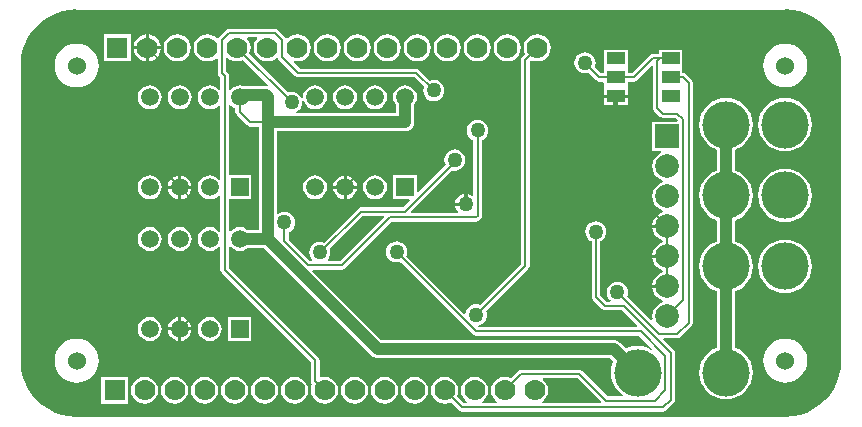
<source format=gtl>
G04 Layer_Physical_Order=1*
G04 Layer_Color=25308*
%FSLAX24Y24*%
%MOIN*%
G70*
G01*
G75*
%ADD10R,0.0591X0.0394*%
%ADD11C,0.0079*%
%ADD12C,0.0394*%
%ADD13R,0.0700X0.0700*%
%ADD14C,0.0700*%
%ADD15C,0.0600*%
%ADD16C,0.1575*%
%ADD17C,0.0787*%
%ADD18R,0.0787X0.0787*%
%ADD19R,0.0591X0.0591*%
%ADD20C,0.0591*%
%ADD21C,0.0500*%
G36*
X35677Y25474D02*
X35916Y25426D01*
X36148Y25347D01*
X36367Y25239D01*
X36570Y25104D01*
X36754Y24943D01*
X36915Y24759D01*
X37050Y24556D01*
X37158Y24337D01*
X37237Y24105D01*
X37285Y23866D01*
X37297Y23671D01*
X37299Y23622D01*
Y23622D01*
X37299Y23572D01*
X37303Y13825D01*
X37292Y13780D01*
Y13780D01*
X37292D01*
Y13780D01*
X37292Y13780D01*
X37301Y13733D01*
X37302Y13729D01*
X37289Y13536D01*
X37241Y13296D01*
X37163Y13065D01*
X37055Y12846D01*
X36919Y12643D01*
X36758Y12459D01*
X36574Y12298D01*
X36371Y12162D01*
X36152Y12054D01*
X35921Y11976D01*
X35681Y11928D01*
X35439Y11912D01*
X35433Y11913D01*
X11811D01*
X11806Y11912D01*
X11567Y11928D01*
X11328Y11976D01*
X11096Y12054D01*
X10877Y12162D01*
X10674Y12298D01*
X10490Y12459D01*
X10329Y12643D01*
X10194Y12846D01*
X10086Y13065D01*
X10007Y13296D01*
X9959Y13536D01*
X9944Y13774D01*
X9945Y13780D01*
Y23622D01*
X9944Y23627D01*
X9959Y23866D01*
X10007Y24105D01*
X10086Y24337D01*
X10194Y24556D01*
X10329Y24759D01*
X10490Y24943D01*
X10674Y25104D01*
X10877Y25239D01*
X11096Y25347D01*
X11328Y25426D01*
X11567Y25474D01*
X11806Y25489D01*
X11811Y25488D01*
X35433D01*
X35438Y25489D01*
X35677Y25474D01*
D02*
G37*
%LPC*%
G36*
X15298Y15231D02*
Y14889D01*
X15640D01*
X15633Y14942D01*
X15593Y15038D01*
X15530Y15120D01*
X15447Y15184D01*
X15351Y15224D01*
X15298Y15231D01*
D02*
G37*
G36*
X35433Y17821D02*
X35259Y17804D01*
X35092Y17753D01*
X34938Y17671D01*
X34803Y17560D01*
X34692Y17425D01*
X34609Y17270D01*
X34559Y17103D01*
X34541Y16929D01*
X34559Y16755D01*
X34609Y16588D01*
X34692Y16434D01*
X34803Y16299D01*
X34938Y16188D01*
X35092Y16105D01*
X35259Y16055D01*
X35433Y16037D01*
X35607Y16055D01*
X35774Y16105D01*
X35928Y16188D01*
X36064Y16299D01*
X36174Y16434D01*
X36257Y16588D01*
X36308Y16755D01*
X36325Y16929D01*
X36308Y17103D01*
X36257Y17270D01*
X36174Y17425D01*
X36064Y17560D01*
X35928Y17671D01*
X35774Y17753D01*
X35607Y17804D01*
X35433Y17821D01*
D02*
G37*
G36*
X14248Y18237D02*
X14145Y18224D01*
X14049Y18184D01*
X13966Y18120D01*
X13903Y18038D01*
X13863Y17942D01*
X13849Y17839D01*
X13863Y17735D01*
X13903Y17639D01*
X13966Y17557D01*
X14049Y17493D01*
X14145Y17453D01*
X14248Y17440D01*
X14351Y17453D01*
X14447Y17493D01*
X14530Y17557D01*
X14593Y17639D01*
X14633Y17735D01*
X14647Y17839D01*
X14633Y17942D01*
X14593Y18038D01*
X14530Y18120D01*
X14447Y18184D01*
X14351Y18224D01*
X14248Y18237D01*
D02*
G37*
G36*
X15198Y15231D02*
X15145Y15224D01*
X15049Y15184D01*
X14966Y15120D01*
X14903Y15038D01*
X14863Y14942D01*
X14856Y14889D01*
X15198D01*
Y15231D01*
D02*
G37*
G36*
X17643Y15234D02*
X16853D01*
Y14443D01*
X17643D01*
Y15234D01*
D02*
G37*
G36*
X15198Y14789D02*
X14856D01*
X14863Y14735D01*
X14903Y14639D01*
X14966Y14557D01*
X15049Y14493D01*
X15145Y14453D01*
X15198Y14446D01*
Y14789D01*
D02*
G37*
G36*
X15640D02*
X15298D01*
Y14446D01*
X15351Y14453D01*
X15447Y14493D01*
X15530Y14557D01*
X15593Y14639D01*
X15633Y14735D01*
X15640Y14789D01*
D02*
G37*
G36*
X15248Y18237D02*
X15145Y18224D01*
X15049Y18184D01*
X14966Y18120D01*
X14903Y18038D01*
X14863Y17942D01*
X14849Y17839D01*
X14863Y17735D01*
X14903Y17639D01*
X14966Y17557D01*
X15049Y17493D01*
X15145Y17453D01*
X15248Y17440D01*
X15351Y17453D01*
X15447Y17493D01*
X15530Y17557D01*
X15593Y17639D01*
X15633Y17735D01*
X15647Y17839D01*
X15633Y17942D01*
X15593Y18038D01*
X15530Y18120D01*
X15447Y18184D01*
X15351Y18224D01*
X15248Y18237D01*
D02*
G37*
G36*
X21760Y19962D02*
X21657Y19948D01*
X21560Y19908D01*
X21478Y19845D01*
X21415Y19762D01*
X21375Y19666D01*
X21361Y19563D01*
X21375Y19460D01*
X21415Y19364D01*
X21478Y19281D01*
X21560Y19218D01*
X21657Y19178D01*
X21760Y19164D01*
X21863Y19178D01*
X21959Y19218D01*
X22042Y19281D01*
X22105Y19364D01*
X22145Y19460D01*
X22159Y19563D01*
X22145Y19666D01*
X22105Y19762D01*
X22042Y19845D01*
X21959Y19908D01*
X21863Y19948D01*
X21760Y19962D01*
D02*
G37*
G36*
X20710Y19513D02*
X20368D01*
X20375Y19460D01*
X20415Y19364D01*
X20478Y19281D01*
X20561Y19218D01*
X20657Y19178D01*
X20710Y19171D01*
Y19513D01*
D02*
G37*
G36*
X21152D02*
X20810D01*
Y19171D01*
X20863Y19178D01*
X20959Y19218D01*
X21042Y19281D01*
X21105Y19364D01*
X21145Y19460D01*
X21152Y19513D01*
D02*
G37*
G36*
X19760Y19962D02*
X19657Y19948D01*
X19561Y19908D01*
X19478Y19845D01*
X19415Y19762D01*
X19375Y19666D01*
X19361Y19563D01*
X19375Y19460D01*
X19415Y19364D01*
X19478Y19281D01*
X19561Y19218D01*
X19657Y19178D01*
X19760Y19164D01*
X19863Y19178D01*
X19959Y19218D01*
X20042Y19281D01*
X20105Y19364D01*
X20145Y19460D01*
X20159Y19563D01*
X20145Y19666D01*
X20105Y19762D01*
X20042Y19845D01*
X19959Y19908D01*
X19863Y19948D01*
X19760Y19962D01*
D02*
G37*
G36*
X35433Y20183D02*
X35259Y20166D01*
X35092Y20115D01*
X34938Y20033D01*
X34803Y19922D01*
X34692Y19787D01*
X34609Y19633D01*
X34559Y19465D01*
X34541Y19291D01*
X34559Y19117D01*
X34609Y18950D01*
X34692Y18796D01*
X34803Y18661D01*
X34938Y18550D01*
X35092Y18468D01*
X35259Y18417D01*
X35433Y18400D01*
X35607Y18417D01*
X35774Y18468D01*
X35928Y18550D01*
X36064Y18661D01*
X36174Y18796D01*
X36257Y18950D01*
X36308Y19117D01*
X36325Y19291D01*
X36308Y19465D01*
X36257Y19633D01*
X36174Y19787D01*
X36064Y19922D01*
X35928Y20033D01*
X35774Y20115D01*
X35607Y20166D01*
X35433Y20183D01*
D02*
G37*
G36*
X24730Y19346D02*
X24689Y19341D01*
X24603Y19306D01*
X24530Y19250D01*
X24474Y19177D01*
X24439Y19091D01*
X24434Y19050D01*
X24730D01*
Y19346D01*
D02*
G37*
G36*
X14248Y19962D02*
X14145Y19948D01*
X14049Y19908D01*
X13966Y19845D01*
X13903Y19762D01*
X13863Y19666D01*
X13849Y19563D01*
X13863Y19460D01*
X13903Y19364D01*
X13966Y19281D01*
X14049Y19218D01*
X14145Y19178D01*
X14248Y19164D01*
X14351Y19178D01*
X14447Y19218D01*
X14530Y19281D01*
X14593Y19364D01*
X14633Y19460D01*
X14647Y19563D01*
X14633Y19666D01*
X14593Y19762D01*
X14530Y19845D01*
X14447Y19908D01*
X14351Y19948D01*
X14248Y19962D01*
D02*
G37*
G36*
X18079Y13249D02*
X17961Y13234D01*
X17852Y13188D01*
X17758Y13116D01*
X17686Y13022D01*
X17640Y12913D01*
X17625Y12795D01*
X17640Y12678D01*
X17686Y12568D01*
X17758Y12474D01*
X17852Y12402D01*
X17961Y12357D01*
X18079Y12341D01*
X18196Y12357D01*
X18306Y12402D01*
X18400Y12474D01*
X18472Y12568D01*
X18517Y12678D01*
X18533Y12795D01*
X18517Y12913D01*
X18472Y13022D01*
X18400Y13116D01*
X18306Y13188D01*
X18196Y13234D01*
X18079Y13249D01*
D02*
G37*
G36*
X19079D02*
X18961Y13234D01*
X18852Y13188D01*
X18758Y13116D01*
X18686Y13022D01*
X18640Y12913D01*
X18625Y12795D01*
X18640Y12678D01*
X18686Y12568D01*
X18758Y12474D01*
X18852Y12402D01*
X18961Y12357D01*
X19079Y12341D01*
X19196Y12357D01*
X19306Y12402D01*
X19400Y12474D01*
X19472Y12568D01*
X19517Y12678D01*
X19533Y12795D01*
X19517Y12913D01*
X19472Y13022D01*
X19400Y13116D01*
X19306Y13188D01*
X19196Y13234D01*
X19079Y13249D01*
D02*
G37*
G36*
X21079D02*
X20961Y13234D01*
X20852Y13188D01*
X20758Y13116D01*
X20686Y13022D01*
X20640Y12913D01*
X20625Y12795D01*
X20640Y12678D01*
X20686Y12568D01*
X20758Y12474D01*
X20852Y12402D01*
X20961Y12357D01*
X21079Y12341D01*
X21196Y12357D01*
X21306Y12402D01*
X21400Y12474D01*
X21472Y12568D01*
X21517Y12678D01*
X21533Y12795D01*
X21517Y12913D01*
X21472Y13022D01*
X21400Y13116D01*
X21306Y13188D01*
X21196Y13234D01*
X21079Y13249D01*
D02*
G37*
G36*
X17079D02*
X16961Y13234D01*
X16852Y13188D01*
X16758Y13116D01*
X16686Y13022D01*
X16640Y12913D01*
X16625Y12795D01*
X16640Y12678D01*
X16686Y12568D01*
X16758Y12474D01*
X16852Y12402D01*
X16961Y12357D01*
X17079Y12341D01*
X17196Y12357D01*
X17306Y12402D01*
X17400Y12474D01*
X17472Y12568D01*
X17517Y12678D01*
X17533Y12795D01*
X17517Y12913D01*
X17472Y13022D01*
X17400Y13116D01*
X17306Y13188D01*
X17196Y13234D01*
X17079Y13249D01*
D02*
G37*
G36*
X14079D02*
X13961Y13234D01*
X13852Y13188D01*
X13758Y13116D01*
X13686Y13022D01*
X13640Y12913D01*
X13625Y12795D01*
X13640Y12678D01*
X13686Y12568D01*
X13758Y12474D01*
X13852Y12402D01*
X13961Y12357D01*
X14079Y12341D01*
X14196Y12357D01*
X14306Y12402D01*
X14400Y12474D01*
X14472Y12568D01*
X14517Y12678D01*
X14533Y12795D01*
X14517Y12913D01*
X14472Y13022D01*
X14400Y13116D01*
X14306Y13188D01*
X14196Y13234D01*
X14079Y13249D01*
D02*
G37*
G36*
X15079D02*
X14961Y13234D01*
X14852Y13188D01*
X14758Y13116D01*
X14686Y13022D01*
X14640Y12913D01*
X14625Y12795D01*
X14640Y12678D01*
X14686Y12568D01*
X14758Y12474D01*
X14852Y12402D01*
X14961Y12357D01*
X15079Y12341D01*
X15196Y12357D01*
X15306Y12402D01*
X15400Y12474D01*
X15472Y12568D01*
X15517Y12678D01*
X15533Y12795D01*
X15517Y12913D01*
X15472Y13022D01*
X15400Y13116D01*
X15306Y13188D01*
X15196Y13234D01*
X15079Y13249D01*
D02*
G37*
G36*
X16079D02*
X15961Y13234D01*
X15852Y13188D01*
X15758Y13116D01*
X15686Y13022D01*
X15640Y12913D01*
X15625Y12795D01*
X15640Y12678D01*
X15686Y12568D01*
X15758Y12474D01*
X15852Y12402D01*
X15961Y12357D01*
X16079Y12341D01*
X16196Y12357D01*
X16306Y12402D01*
X16400Y12474D01*
X16472Y12568D01*
X16517Y12678D01*
X16533Y12795D01*
X16517Y12913D01*
X16472Y13022D01*
X16400Y13116D01*
X16306Y13188D01*
X16196Y13234D01*
X16079Y13249D01*
D02*
G37*
G36*
X22079D02*
X21961Y13234D01*
X21852Y13188D01*
X21758Y13116D01*
X21686Y13022D01*
X21640Y12913D01*
X21625Y12795D01*
X21640Y12678D01*
X21686Y12568D01*
X21758Y12474D01*
X21852Y12402D01*
X21961Y12357D01*
X22079Y12341D01*
X22196Y12357D01*
X22306Y12402D01*
X22400Y12474D01*
X22472Y12568D01*
X22517Y12678D01*
X22533Y12795D01*
X22517Y12913D01*
X22472Y13022D01*
X22400Y13116D01*
X22306Y13188D01*
X22196Y13234D01*
X22079Y13249D01*
D02*
G37*
G36*
X35433Y14513D02*
X35290Y14499D01*
X35152Y14457D01*
X35026Y14389D01*
X34914Y14298D01*
X34823Y14187D01*
X34755Y14060D01*
X34714Y13923D01*
X34700Y13780D01*
X34714Y13636D01*
X34755Y13499D01*
X34823Y13372D01*
X34914Y13261D01*
X35026Y13170D01*
X35152Y13102D01*
X35290Y13060D01*
X35433Y13046D01*
X35576Y13060D01*
X35714Y13102D01*
X35841Y13170D01*
X35952Y13261D01*
X36043Y13372D01*
X36111Y13499D01*
X36152Y13636D01*
X36167Y13780D01*
X36152Y13923D01*
X36111Y14060D01*
X36043Y14187D01*
X35952Y14298D01*
X35841Y14389D01*
X35714Y14457D01*
X35576Y14499D01*
X35433Y14513D01*
D02*
G37*
G36*
X14248Y15237D02*
X14145Y15224D01*
X14049Y15184D01*
X13966Y15120D01*
X13903Y15038D01*
X13863Y14942D01*
X13849Y14839D01*
X13863Y14735D01*
X13903Y14639D01*
X13966Y14557D01*
X14049Y14493D01*
X14145Y14453D01*
X14248Y14440D01*
X14351Y14453D01*
X14447Y14493D01*
X14530Y14557D01*
X14593Y14639D01*
X14633Y14735D01*
X14647Y14839D01*
X14633Y14942D01*
X14593Y15038D01*
X14530Y15120D01*
X14447Y15184D01*
X14351Y15224D01*
X14248Y15237D01*
D02*
G37*
G36*
X16248D02*
X16145Y15224D01*
X16049Y15184D01*
X15966Y15120D01*
X15903Y15038D01*
X15863Y14942D01*
X15849Y14839D01*
X15863Y14735D01*
X15903Y14639D01*
X15966Y14557D01*
X16049Y14493D01*
X16145Y14453D01*
X16248Y14440D01*
X16351Y14453D01*
X16447Y14493D01*
X16530Y14557D01*
X16593Y14639D01*
X16633Y14735D01*
X16647Y14839D01*
X16633Y14942D01*
X16593Y15038D01*
X16530Y15120D01*
X16447Y15184D01*
X16351Y15224D01*
X16248Y15237D01*
D02*
G37*
G36*
X11811Y14513D02*
X11668Y14499D01*
X11530Y14457D01*
X11404Y14389D01*
X11292Y14298D01*
X11201Y14187D01*
X11133Y14060D01*
X11092Y13923D01*
X11078Y13780D01*
X11092Y13636D01*
X11133Y13499D01*
X11201Y13372D01*
X11292Y13261D01*
X11404Y13170D01*
X11530Y13102D01*
X11668Y13060D01*
X11811Y13046D01*
X11954Y13060D01*
X12092Y13102D01*
X12219Y13170D01*
X12330Y13261D01*
X12421Y13372D01*
X12489Y13499D01*
X12530Y13636D01*
X12544Y13780D01*
X12530Y13923D01*
X12489Y14060D01*
X12421Y14187D01*
X12330Y14298D01*
X12219Y14389D01*
X12092Y14457D01*
X11954Y14499D01*
X11811Y14513D01*
D02*
G37*
G36*
X23079Y13249D02*
X22961Y13234D01*
X22852Y13188D01*
X22758Y13116D01*
X22686Y13022D01*
X22640Y12913D01*
X22625Y12795D01*
X22640Y12678D01*
X22686Y12568D01*
X22758Y12474D01*
X22852Y12402D01*
X22961Y12357D01*
X23079Y12341D01*
X23196Y12357D01*
X23306Y12402D01*
X23400Y12474D01*
X23472Y12568D01*
X23517Y12678D01*
X23533Y12795D01*
X23517Y12913D01*
X23472Y13022D01*
X23400Y13116D01*
X23306Y13188D01*
X23196Y13234D01*
X23079Y13249D01*
D02*
G37*
G36*
X13529Y13245D02*
X12629D01*
Y12345D01*
X13529D01*
Y13245D01*
D02*
G37*
G36*
X33465Y22545D02*
X33291Y22528D01*
X33123Y22477D01*
X32969Y22395D01*
X32834Y22284D01*
X32723Y22149D01*
X32641Y21995D01*
X32590Y21827D01*
X32573Y21654D01*
X32590Y21480D01*
X32641Y21312D01*
X32723Y21158D01*
X32834Y21023D01*
X32969Y20912D01*
X33123Y20830D01*
X33165Y20817D01*
Y20128D01*
X33123Y20115D01*
X32969Y20033D01*
X32834Y19922D01*
X32723Y19787D01*
X32641Y19633D01*
X32590Y19465D01*
X32573Y19291D01*
X32590Y19117D01*
X32641Y18950D01*
X32723Y18796D01*
X32834Y18661D01*
X32969Y18550D01*
X33123Y18468D01*
X33165Y18455D01*
Y17766D01*
X33123Y17753D01*
X32969Y17671D01*
X32834Y17560D01*
X32723Y17425D01*
X32641Y17270D01*
X32590Y17103D01*
X32573Y16929D01*
X32590Y16755D01*
X32641Y16588D01*
X32723Y16434D01*
X32834Y16299D01*
X32969Y16188D01*
X33123Y16105D01*
X33165Y16093D01*
Y14222D01*
X33123Y14210D01*
X32969Y14127D01*
X32834Y14016D01*
X32723Y13881D01*
X32641Y13727D01*
X32590Y13560D01*
X32573Y13386D01*
X32590Y13212D01*
X32641Y13045D01*
X32723Y12890D01*
X32834Y12755D01*
X32969Y12644D01*
X33123Y12562D01*
X33291Y12511D01*
X33465Y12494D01*
X33639Y12511D01*
X33806Y12562D01*
X33960Y12644D01*
X34095Y12755D01*
X34206Y12890D01*
X34288Y13045D01*
X34339Y13212D01*
X34356Y13386D01*
X34339Y13560D01*
X34288Y13727D01*
X34206Y13881D01*
X34095Y14016D01*
X33960Y14127D01*
X33806Y14210D01*
X33764Y14222D01*
Y16093D01*
X33806Y16105D01*
X33960Y16188D01*
X34095Y16299D01*
X34206Y16434D01*
X34288Y16588D01*
X34339Y16755D01*
X34356Y16929D01*
X34339Y17103D01*
X34288Y17270D01*
X34206Y17425D01*
X34095Y17560D01*
X33960Y17671D01*
X33806Y17753D01*
X33764Y17766D01*
Y18455D01*
X33806Y18468D01*
X33960Y18550D01*
X34095Y18661D01*
X34206Y18796D01*
X34288Y18950D01*
X34339Y19117D01*
X34356Y19291D01*
X34339Y19465D01*
X34288Y19633D01*
X34206Y19787D01*
X34095Y19922D01*
X33960Y20033D01*
X33806Y20115D01*
X33764Y20128D01*
Y20817D01*
X33806Y20830D01*
X33960Y20912D01*
X34095Y21023D01*
X34206Y21158D01*
X34288Y21312D01*
X34339Y21480D01*
X34356Y21654D01*
X34339Y21827D01*
X34288Y21995D01*
X34206Y22149D01*
X34095Y22284D01*
X33960Y22395D01*
X33806Y22477D01*
X33639Y22528D01*
X33465Y22545D01*
D02*
G37*
G36*
X22165Y24666D02*
X22048Y24651D01*
X21938Y24606D01*
X21844Y24534D01*
X21772Y24440D01*
X21727Y24330D01*
X21711Y24213D01*
X21727Y24095D01*
X21772Y23986D01*
X21844Y23892D01*
X21938Y23820D01*
X22048Y23774D01*
X22165Y23759D01*
X22283Y23774D01*
X22392Y23820D01*
X22486Y23892D01*
X22558Y23986D01*
X22604Y24095D01*
X22619Y24213D01*
X22604Y24330D01*
X22558Y24440D01*
X22486Y24534D01*
X22392Y24606D01*
X22283Y24651D01*
X22165Y24666D01*
D02*
G37*
G36*
X23165D02*
X23048Y24651D01*
X22938Y24606D01*
X22844Y24534D01*
X22772Y24440D01*
X22727Y24330D01*
X22711Y24213D01*
X22727Y24095D01*
X22772Y23986D01*
X22844Y23892D01*
X22938Y23820D01*
X23048Y23774D01*
X23165Y23759D01*
X23283Y23774D01*
X23392Y23820D01*
X23486Y23892D01*
X23558Y23986D01*
X23604Y24095D01*
X23619Y24213D01*
X23604Y24330D01*
X23558Y24440D01*
X23486Y24534D01*
X23392Y24606D01*
X23283Y24651D01*
X23165Y24666D01*
D02*
G37*
G36*
X24165D02*
X24048Y24651D01*
X23938Y24606D01*
X23844Y24534D01*
X23772Y24440D01*
X23727Y24330D01*
X23711Y24213D01*
X23727Y24095D01*
X23772Y23986D01*
X23844Y23892D01*
X23938Y23820D01*
X24048Y23774D01*
X24165Y23759D01*
X24283Y23774D01*
X24392Y23820D01*
X24486Y23892D01*
X24558Y23986D01*
X24604Y24095D01*
X24619Y24213D01*
X24604Y24330D01*
X24558Y24440D01*
X24486Y24534D01*
X24392Y24606D01*
X24283Y24651D01*
X24165Y24666D01*
D02*
G37*
G36*
X21165D02*
X21048Y24651D01*
X20938Y24606D01*
X20844Y24534D01*
X20772Y24440D01*
X20727Y24330D01*
X20711Y24213D01*
X20727Y24095D01*
X20772Y23986D01*
X20844Y23892D01*
X20938Y23820D01*
X21048Y23774D01*
X21165Y23759D01*
X21283Y23774D01*
X21392Y23820D01*
X21486Y23892D01*
X21558Y23986D01*
X21604Y24095D01*
X21619Y24213D01*
X21604Y24330D01*
X21558Y24440D01*
X21486Y24534D01*
X21392Y24606D01*
X21283Y24651D01*
X21165Y24666D01*
D02*
G37*
G36*
X35433Y24355D02*
X35290Y24341D01*
X35152Y24300D01*
X35026Y24232D01*
X34914Y24141D01*
X34823Y24030D01*
X34755Y23903D01*
X34714Y23765D01*
X34700Y23622D01*
X34714Y23479D01*
X34755Y23341D01*
X34823Y23215D01*
X34914Y23103D01*
X35026Y23012D01*
X35152Y22944D01*
X35290Y22903D01*
X35433Y22889D01*
X35576Y22903D01*
X35714Y22944D01*
X35841Y23012D01*
X35952Y23103D01*
X36043Y23215D01*
X36111Y23341D01*
X36152Y23479D01*
X36167Y23622D01*
X36152Y23765D01*
X36111Y23903D01*
X36043Y24030D01*
X35952Y24141D01*
X35841Y24232D01*
X35714Y24300D01*
X35576Y24341D01*
X35433Y24355D01*
D02*
G37*
G36*
X15165Y24666D02*
X15048Y24651D01*
X14938Y24606D01*
X14844Y24534D01*
X14772Y24440D01*
X14727Y24330D01*
X14711Y24213D01*
X14727Y24095D01*
X14772Y23986D01*
X14844Y23892D01*
X14938Y23820D01*
X15048Y23774D01*
X15165Y23759D01*
X15283Y23774D01*
X15392Y23820D01*
X15486Y23892D01*
X15558Y23986D01*
X15604Y24095D01*
X15619Y24213D01*
X15604Y24330D01*
X15558Y24440D01*
X15486Y24534D01*
X15392Y24606D01*
X15283Y24651D01*
X15165Y24666D01*
D02*
G37*
G36*
X20165D02*
X20048Y24651D01*
X19938Y24606D01*
X19844Y24534D01*
X19772Y24440D01*
X19727Y24330D01*
X19711Y24213D01*
X19727Y24095D01*
X19772Y23986D01*
X19844Y23892D01*
X19938Y23820D01*
X20048Y23774D01*
X20165Y23759D01*
X20283Y23774D01*
X20392Y23820D01*
X20486Y23892D01*
X20558Y23986D01*
X20604Y24095D01*
X20619Y24213D01*
X20604Y24330D01*
X20558Y24440D01*
X20486Y24534D01*
X20392Y24606D01*
X20283Y24651D01*
X20165Y24666D01*
D02*
G37*
G36*
X25165D02*
X25048Y24651D01*
X24938Y24606D01*
X24844Y24534D01*
X24772Y24440D01*
X24727Y24330D01*
X24711Y24213D01*
X24727Y24095D01*
X24772Y23986D01*
X24844Y23892D01*
X24938Y23820D01*
X25048Y23774D01*
X25165Y23759D01*
X25283Y23774D01*
X25392Y23820D01*
X25486Y23892D01*
X25558Y23986D01*
X25604Y24095D01*
X25619Y24213D01*
X25604Y24330D01*
X25558Y24440D01*
X25486Y24534D01*
X25392Y24606D01*
X25283Y24651D01*
X25165Y24666D01*
D02*
G37*
G36*
X14115Y24660D02*
X14048Y24651D01*
X13938Y24606D01*
X13844Y24534D01*
X13772Y24440D01*
X13727Y24330D01*
X13718Y24263D01*
X14115D01*
Y24660D01*
D02*
G37*
G36*
X14215D02*
Y24263D01*
X14613D01*
X14604Y24330D01*
X14558Y24440D01*
X14486Y24534D01*
X14392Y24606D01*
X14283Y24651D01*
X14215Y24660D01*
D02*
G37*
G36*
X18440Y24852D02*
X16890D01*
X16836Y24841D01*
X16790Y24810D01*
X16560Y24580D01*
X16538Y24548D01*
X16508Y24540D01*
X16493Y24538D01*
X16479Y24539D01*
X16392Y24606D01*
X16283Y24651D01*
X16165Y24666D01*
X16048Y24651D01*
X15938Y24606D01*
X15844Y24534D01*
X15772Y24440D01*
X15727Y24330D01*
X15711Y24213D01*
X15727Y24095D01*
X15772Y23986D01*
X15844Y23892D01*
X15938Y23820D01*
X16048Y23774D01*
X16165Y23759D01*
X16283Y23774D01*
X16392Y23820D01*
X16468Y23878D01*
X16518Y23854D01*
Y23360D01*
X16529Y23306D01*
X16560Y23260D01*
X16608Y23211D01*
Y22825D01*
X16558Y22808D01*
X16530Y22845D01*
X16447Y22908D01*
X16351Y22948D01*
X16248Y22962D01*
X16145Y22948D01*
X16049Y22908D01*
X15966Y22845D01*
X15903Y22762D01*
X15863Y22666D01*
X15849Y22563D01*
X15863Y22460D01*
X15903Y22364D01*
X15966Y22281D01*
X16049Y22218D01*
X16145Y22178D01*
X16248Y22164D01*
X16351Y22178D01*
X16447Y22218D01*
X16530Y22281D01*
X16558Y22318D01*
X16608Y22301D01*
Y19825D01*
X16558Y19808D01*
X16530Y19845D01*
X16447Y19908D01*
X16351Y19948D01*
X16248Y19962D01*
X16145Y19948D01*
X16049Y19908D01*
X15966Y19845D01*
X15903Y19762D01*
X15863Y19666D01*
X15849Y19563D01*
X15863Y19460D01*
X15903Y19364D01*
X15966Y19281D01*
X16049Y19218D01*
X16145Y19178D01*
X16248Y19164D01*
X16351Y19178D01*
X16447Y19218D01*
X16530Y19281D01*
X16558Y19318D01*
X16608Y19301D01*
Y18101D01*
X16558Y18084D01*
X16530Y18120D01*
X16447Y18184D01*
X16351Y18224D01*
X16248Y18237D01*
X16145Y18224D01*
X16049Y18184D01*
X15966Y18120D01*
X15903Y18038D01*
X15863Y17942D01*
X15849Y17839D01*
X15863Y17735D01*
X15903Y17639D01*
X15966Y17557D01*
X16049Y17493D01*
X16145Y17453D01*
X16248Y17440D01*
X16351Y17453D01*
X16447Y17493D01*
X16530Y17557D01*
X16558Y17593D01*
X16608Y17576D01*
Y16810D01*
X16619Y16756D01*
X16650Y16710D01*
X19628Y13731D01*
Y13104D01*
X19639Y13050D01*
X19670Y13004D01*
X19675Y12998D01*
X19640Y12913D01*
X19625Y12795D01*
X19640Y12678D01*
X19686Y12568D01*
X19758Y12474D01*
X19852Y12402D01*
X19961Y12357D01*
X20079Y12341D01*
X20196Y12357D01*
X20306Y12402D01*
X20400Y12474D01*
X20472Y12568D01*
X20517Y12678D01*
X20533Y12795D01*
X20517Y12913D01*
X20472Y13022D01*
X20400Y13116D01*
X20306Y13188D01*
X20196Y13234D01*
X20079Y13249D01*
X19962Y13234D01*
X19951Y13233D01*
X19912Y13264D01*
Y13790D01*
X19901Y13844D01*
X19870Y13890D01*
X16892Y16869D01*
Y17571D01*
X16942Y17588D01*
X16966Y17557D01*
X17049Y17493D01*
X17145Y17453D01*
X17248Y17440D01*
X17351Y17453D01*
X17447Y17493D01*
X17507Y17539D01*
X18061D01*
X21639Y13961D01*
X21701Y13914D01*
X21752Y13893D01*
X21773Y13884D01*
X21850Y13874D01*
X29600D01*
X29709Y13766D01*
X29688Y13727D01*
X29637Y13560D01*
X29620Y13386D01*
X29637Y13212D01*
X29688Y13045D01*
X29770Y12890D01*
X29881Y12755D01*
X30016Y12644D01*
X30024Y12641D01*
X30011Y12592D01*
X29519D01*
X28670Y13440D01*
X28624Y13471D01*
X28570Y13482D01*
X26623D01*
X26569Y13471D01*
X26523Y13440D01*
X26281Y13199D01*
X26196Y13234D01*
X26079Y13249D01*
X25961Y13234D01*
X25852Y13188D01*
X25758Y13116D01*
X25686Y13022D01*
X25640Y12913D01*
X25625Y12795D01*
X25640Y12678D01*
X25686Y12568D01*
X25758Y12474D01*
X25826Y12422D01*
X25809Y12372D01*
X25349D01*
X25332Y12422D01*
X25400Y12474D01*
X25472Y12568D01*
X25517Y12678D01*
X25533Y12795D01*
X25517Y12913D01*
X25472Y13022D01*
X25400Y13116D01*
X25306Y13188D01*
X25196Y13234D01*
X25079Y13249D01*
X24961Y13234D01*
X24852Y13188D01*
X24758Y13116D01*
X24686Y13022D01*
X24640Y12913D01*
X24625Y12795D01*
X24640Y12678D01*
X24686Y12568D01*
X24758Y12474D01*
X24826Y12422D01*
X24809Y12372D01*
X24703D01*
X24482Y12593D01*
X24517Y12678D01*
X24533Y12795D01*
X24517Y12913D01*
X24472Y13022D01*
X24400Y13116D01*
X24306Y13188D01*
X24196Y13234D01*
X24079Y13249D01*
X23961Y13234D01*
X23852Y13188D01*
X23758Y13116D01*
X23686Y13022D01*
X23640Y12913D01*
X23625Y12795D01*
X23640Y12678D01*
X23686Y12568D01*
X23758Y12474D01*
X23852Y12402D01*
X23961Y12357D01*
X24079Y12341D01*
X24196Y12357D01*
X24281Y12392D01*
X24544Y12130D01*
X24590Y12099D01*
X24644Y12088D01*
X31370D01*
X31424Y12099D01*
X31470Y12130D01*
X31720Y12380D01*
X31751Y12426D01*
X31762Y12480D01*
Y14027D01*
X31751Y14082D01*
X31720Y14128D01*
X31366Y14482D01*
X31386Y14528D01*
X31840D01*
X31894Y14539D01*
X31940Y14570D01*
X32310Y14940D01*
X32341Y14986D01*
X32352Y15040D01*
Y23040D01*
X32341Y23094D01*
X32310Y23140D01*
X32122Y23329D01*
X32076Y23360D01*
X32022Y23370D01*
X32009D01*
Y23525D01*
X32009D01*
Y23561D01*
X32009D01*
Y24155D01*
X31219D01*
Y24000D01*
X31020D01*
X30966Y23990D01*
X30919Y23959D01*
X30331Y23370D01*
X30234D01*
X30198Y23406D01*
Y23511D01*
X30198Y23525D01*
Y23543D01*
Y23561D01*
X30198Y23575D01*
Y24155D01*
X29408D01*
Y23575D01*
X29408Y23561D01*
Y23543D01*
Y23525D01*
X29408Y23511D01*
Y23370D01*
X29299D01*
X29085Y23584D01*
X29099Y23619D01*
X29111Y23710D01*
X29099Y23801D01*
X29064Y23887D01*
X29008Y23960D01*
X28935Y24016D01*
X28850Y24051D01*
X28758Y24063D01*
X28667Y24051D01*
X28582Y24016D01*
X28509Y23960D01*
X28453Y23887D01*
X28417Y23801D01*
X28405Y23710D01*
X28417Y23619D01*
X28453Y23533D01*
X28509Y23460D01*
X28582Y23404D01*
X28667Y23369D01*
X28758Y23357D01*
X28850Y23369D01*
X28884Y23383D01*
X29140Y23128D01*
X29186Y23097D01*
X29240Y23086D01*
X29373D01*
X29408Y23051D01*
Y22945D01*
X29408Y22931D01*
Y22913D01*
Y22895D01*
X29408Y22881D01*
Y22648D01*
X30198D01*
Y22881D01*
X30198Y22895D01*
Y22913D01*
Y22931D01*
X30198Y22945D01*
Y23086D01*
X30390D01*
X30444Y23097D01*
X30490Y23128D01*
X30982Y23619D01*
X31028Y23600D01*
Y22210D01*
X31039Y22156D01*
X31070Y22110D01*
X31260Y21920D01*
X31306Y21889D01*
X31360Y21878D01*
X31781D01*
X31855Y21804D01*
X31835Y21754D01*
X31002D01*
Y20766D01*
X31298D01*
X31308Y20716D01*
X31247Y20691D01*
X31144Y20612D01*
X31065Y20509D01*
X31015Y20389D01*
X30998Y20260D01*
X31015Y20131D01*
X31065Y20011D01*
X31144Y19908D01*
X31247Y19829D01*
X31348Y19787D01*
Y19733D01*
X31247Y19691D01*
X31144Y19612D01*
X31065Y19509D01*
X31015Y19389D01*
X30998Y19260D01*
X31015Y19131D01*
X31065Y19011D01*
X31144Y18908D01*
X31247Y18829D01*
X31348Y18787D01*
Y18733D01*
X31247Y18691D01*
X31144Y18612D01*
X31065Y18509D01*
X31015Y18389D01*
X31005Y18310D01*
X31496D01*
Y18210D01*
X31005D01*
X31015Y18131D01*
X31065Y18011D01*
X31144Y17908D01*
X31247Y17829D01*
X31348Y17787D01*
Y17733D01*
X31247Y17691D01*
X31144Y17612D01*
X31065Y17509D01*
X31015Y17389D01*
X31005Y17310D01*
X31496D01*
Y17210D01*
X31005D01*
X31015Y17131D01*
X31065Y17011D01*
X31144Y16908D01*
X31247Y16829D01*
X31348Y16787D01*
Y16733D01*
X31247Y16691D01*
X31144Y16612D01*
X31065Y16509D01*
X31015Y16389D01*
X31005Y16310D01*
X31496D01*
Y16210D01*
X31005D01*
X31015Y16131D01*
X31065Y16011D01*
X31144Y15908D01*
X31247Y15829D01*
X31348Y15787D01*
Y15733D01*
X31247Y15691D01*
X31144Y15612D01*
X31065Y15509D01*
X31015Y15389D01*
X30998Y15260D01*
X31011Y15160D01*
X30964Y15137D01*
X30167Y15934D01*
X30181Y15969D01*
X30193Y16060D01*
X30181Y16151D01*
X30146Y16237D01*
X30090Y16310D01*
X30017Y16366D01*
X29931Y16401D01*
X29840Y16413D01*
X29749Y16401D01*
X29663Y16366D01*
X29590Y16310D01*
X29534Y16237D01*
X29499Y16151D01*
X29487Y16060D01*
X29499Y15969D01*
X29534Y15883D01*
X29590Y15810D01*
X29614Y15792D01*
X29597Y15742D01*
X29499D01*
X29262Y15979D01*
Y17760D01*
X29297Y17774D01*
X29370Y17830D01*
X29426Y17903D01*
X29461Y17989D01*
X29473Y18080D01*
X29461Y18171D01*
X29426Y18257D01*
X29370Y18330D01*
X29297Y18386D01*
X29211Y18421D01*
X29120Y18433D01*
X29029Y18421D01*
X28943Y18386D01*
X28870Y18330D01*
X28814Y18257D01*
X28779Y18171D01*
X28767Y18080D01*
X28779Y17989D01*
X28814Y17903D01*
X28870Y17830D01*
X28943Y17774D01*
X28978Y17760D01*
Y15920D01*
X28989Y15866D01*
X29020Y15820D01*
X29340Y15500D01*
X29386Y15469D01*
X29440Y15458D01*
X29988D01*
X30498Y14948D01*
X30479Y14902D01*
X25216D01*
X25199Y14924D01*
X25220Y14978D01*
X25231Y14979D01*
X25317Y15014D01*
X25390Y15070D01*
X25446Y15143D01*
X25481Y15229D01*
X25493Y15320D01*
X25481Y15411D01*
X25467Y15446D01*
X26870Y16850D01*
X26901Y16896D01*
X26912Y16950D01*
Y23758D01*
X26963Y23809D01*
X27048Y23774D01*
X27165Y23759D01*
X27283Y23774D01*
X27392Y23820D01*
X27486Y23892D01*
X27558Y23986D01*
X27604Y24095D01*
X27619Y24213D01*
X27604Y24330D01*
X27558Y24440D01*
X27486Y24534D01*
X27392Y24606D01*
X27283Y24651D01*
X27165Y24666D01*
X27048Y24651D01*
X26938Y24606D01*
X26844Y24534D01*
X26772Y24440D01*
X26727Y24330D01*
X26711Y24213D01*
X26727Y24095D01*
X26762Y24010D01*
X26670Y23918D01*
X26639Y23872D01*
X26628Y23817D01*
Y17009D01*
X25266Y15647D01*
X25231Y15661D01*
X25140Y15673D01*
X25049Y15661D01*
X24963Y15626D01*
X24890Y15570D01*
X24834Y15497D01*
X24799Y15411D01*
X24793Y15368D01*
X24741Y15350D01*
X22807Y17284D01*
X22821Y17319D01*
X22833Y17410D01*
X22821Y17501D01*
X22786Y17587D01*
X22730Y17660D01*
X22657Y17716D01*
X22571Y17751D01*
X22480Y17763D01*
X22389Y17751D01*
X22303Y17716D01*
X22230Y17660D01*
X22174Y17587D01*
X22139Y17501D01*
X22127Y17410D01*
X22139Y17319D01*
X22174Y17233D01*
X22230Y17160D01*
X22303Y17104D01*
X22389Y17069D01*
X22480Y17057D01*
X22571Y17069D01*
X22606Y17083D01*
X25030Y14660D01*
X25076Y14629D01*
X25130Y14618D01*
X30571D01*
X31003Y14186D01*
X30973Y14146D01*
X30853Y14210D01*
X30686Y14260D01*
X30512Y14278D01*
X30338Y14260D01*
X30171Y14210D01*
X30132Y14189D01*
X29936Y14385D01*
X29874Y14433D01*
X29823Y14454D01*
X29802Y14462D01*
X29724Y14473D01*
X21974D01*
X19675Y16772D01*
X19694Y16818D01*
X20662D01*
X20717Y16829D01*
X20763Y16860D01*
X22321Y18418D01*
X25125D01*
X25180Y18429D01*
X25226Y18460D01*
X25279Y18513D01*
X25310Y18559D01*
X25321Y18613D01*
Y21137D01*
X25355Y21151D01*
X25428Y21207D01*
X25484Y21280D01*
X25520Y21365D01*
X25532Y21457D01*
X25520Y21548D01*
X25484Y21633D01*
X25428Y21706D01*
X25355Y21762D01*
X25270Y21798D01*
X25179Y21810D01*
X25087Y21798D01*
X25002Y21762D01*
X24929Y21706D01*
X24873Y21633D01*
X24838Y21548D01*
X24826Y21457D01*
X24838Y21365D01*
X24873Y21280D01*
X24929Y21207D01*
X25002Y21151D01*
X25037Y21137D01*
Y19307D01*
X24987Y19283D01*
X24957Y19306D01*
X24871Y19341D01*
X24830Y19346D01*
Y19000D01*
X24780D01*
Y18950D01*
X24434D01*
X24439Y18909D01*
X24474Y18823D01*
X24529Y18752D01*
X24526Y18734D01*
X24516Y18702D01*
X22968D01*
X22949Y18748D01*
X24332Y20131D01*
X24422Y20119D01*
X24514Y20131D01*
X24599Y20167D01*
X24672Y20223D01*
X24728Y20296D01*
X24763Y20381D01*
X24775Y20472D01*
X24763Y20564D01*
X24728Y20649D01*
X24672Y20722D01*
X24599Y20778D01*
X24514Y20813D01*
X24422Y20825D01*
X24331Y20813D01*
X24246Y20778D01*
X24173Y20722D01*
X24117Y20649D01*
X24081Y20564D01*
X24069Y20472D01*
X24081Y20381D01*
X24110Y20311D01*
X23201Y19402D01*
X23155Y19421D01*
Y19958D01*
X22365D01*
Y19168D01*
X22901D01*
X22921Y19122D01*
X22691Y18892D01*
X21280D01*
X21226Y18881D01*
X21180Y18850D01*
X20046Y17717D01*
X20011Y17731D01*
X19920Y17743D01*
X19829Y17731D01*
X19743Y17696D01*
X19670Y17640D01*
X19614Y17567D01*
X19579Y17481D01*
X19567Y17390D01*
X19579Y17299D01*
X19614Y17213D01*
X19661Y17152D01*
X19644Y17102D01*
X19598D01*
X18882Y17818D01*
Y18070D01*
X18917Y18084D01*
X18990Y18140D01*
X19046Y18213D01*
X19081Y18299D01*
X19093Y18390D01*
X19081Y18481D01*
X19046Y18567D01*
X18990Y18640D01*
X18917Y18696D01*
X18831Y18731D01*
X18740Y18743D01*
X18649Y18731D01*
X18563Y18696D01*
X18534Y18673D01*
X18484Y18698D01*
Y21429D01*
X22760D01*
X22837Y21439D01*
X22910Y21469D01*
X22972Y21517D01*
X23019Y21579D01*
X23049Y21651D01*
X23059Y21728D01*
Y22304D01*
X23105Y22364D01*
X23145Y22460D01*
X23159Y22563D01*
X23145Y22666D01*
X23105Y22762D01*
X23042Y22845D01*
X22959Y22908D01*
X22863Y22948D01*
X22760Y22962D01*
X22657Y22948D01*
X22561Y22908D01*
X22478Y22845D01*
X22415Y22762D01*
X22375Y22666D01*
X22361Y22563D01*
X22375Y22460D01*
X22415Y22364D01*
X22460Y22304D01*
Y22028D01*
X19131D01*
X19122Y22078D01*
X19157Y22092D01*
X19230Y22148D01*
X19286Y22221D01*
X19321Y22307D01*
X19333Y22398D01*
X19327Y22440D01*
Y22440D01*
X19326Y22452D01*
X19326Y22452D01*
X19328Y22452D01*
X19330Y22453D01*
X19373Y22459D01*
X19375Y22460D01*
X19379Y22449D01*
X19379Y22449D01*
X19415Y22364D01*
X19478Y22281D01*
X19561Y22218D01*
X19657Y22178D01*
X19760Y22164D01*
X19863Y22178D01*
X19959Y22218D01*
X20042Y22281D01*
X20105Y22364D01*
X20145Y22460D01*
X20159Y22563D01*
X20145Y22666D01*
X20105Y22762D01*
X20042Y22845D01*
X19959Y22908D01*
X19863Y22948D01*
X19760Y22962D01*
X19657Y22948D01*
X19561Y22908D01*
X19478Y22845D01*
X19415Y22762D01*
X19375Y22666D01*
X19361Y22563D01*
X19368Y22509D01*
Y22509D01*
X19370Y22497D01*
X19370Y22497D01*
X19368Y22497D01*
X19366Y22497D01*
X19323Y22490D01*
X19321Y22489D01*
X19316Y22500D01*
X19316Y22500D01*
X19286Y22574D01*
X19230Y22648D01*
X19157Y22704D01*
X19071Y22739D01*
X18980Y22751D01*
X18889Y22739D01*
X18854Y22725D01*
X17569Y24010D01*
X17604Y24095D01*
X17619Y24213D01*
X17604Y24330D01*
X17558Y24440D01*
X17498Y24518D01*
X17519Y24568D01*
X17812D01*
X17832Y24518D01*
X17772Y24440D01*
X17727Y24330D01*
X17711Y24213D01*
X17727Y24095D01*
X17772Y23986D01*
X17844Y23892D01*
X17938Y23820D01*
X18048Y23774D01*
X18165Y23759D01*
X18283Y23774D01*
X18392Y23820D01*
X18480Y23887D01*
X18508Y23882D01*
X18534Y23871D01*
X18539Y23846D01*
X18570Y23800D01*
X19100Y23270D01*
X19146Y23239D01*
X19200Y23228D01*
X23081D01*
X23393Y22916D01*
X23379Y22881D01*
X23367Y22790D01*
X23379Y22699D01*
X23414Y22613D01*
X23470Y22540D01*
X23543Y22484D01*
X23629Y22449D01*
X23720Y22437D01*
X23811Y22449D01*
X23897Y22484D01*
X23970Y22540D01*
X24026Y22613D01*
X24061Y22699D01*
X24073Y22790D01*
X24061Y22881D01*
X24026Y22967D01*
X23970Y23040D01*
X23897Y23096D01*
X23811Y23131D01*
X23720Y23143D01*
X23629Y23131D01*
X23594Y23117D01*
X23240Y23470D01*
X23194Y23501D01*
X23140Y23512D01*
X19259D01*
X19047Y23724D01*
X19070Y23771D01*
X19165Y23759D01*
X19283Y23774D01*
X19392Y23820D01*
X19486Y23892D01*
X19558Y23986D01*
X19604Y24095D01*
X19619Y24213D01*
X19604Y24330D01*
X19558Y24440D01*
X19486Y24534D01*
X19392Y24606D01*
X19283Y24651D01*
X19165Y24666D01*
X19048Y24651D01*
X18938Y24606D01*
X18851Y24539D01*
X18837Y24538D01*
X18825Y24539D01*
X18792Y24548D01*
X18770Y24580D01*
X18540Y24810D01*
X18494Y24841D01*
X18440Y24852D01*
D02*
G37*
G36*
X14613Y24163D02*
X14215D01*
Y23765D01*
X14283Y23774D01*
X14392Y23820D01*
X14486Y23892D01*
X14558Y23986D01*
X14604Y24095D01*
X14613Y24163D01*
D02*
G37*
G36*
X26165Y24666D02*
X26048Y24651D01*
X25938Y24606D01*
X25844Y24534D01*
X25772Y24440D01*
X25727Y24330D01*
X25711Y24213D01*
X25727Y24095D01*
X25772Y23986D01*
X25844Y23892D01*
X25938Y23820D01*
X26048Y23774D01*
X26165Y23759D01*
X26283Y23774D01*
X26392Y23820D01*
X26486Y23892D01*
X26558Y23986D01*
X26604Y24095D01*
X26619Y24213D01*
X26604Y24330D01*
X26558Y24440D01*
X26486Y24534D01*
X26392Y24606D01*
X26283Y24651D01*
X26165Y24666D01*
D02*
G37*
G36*
X13615Y24663D02*
X12715D01*
Y23763D01*
X13615D01*
Y24663D01*
D02*
G37*
G36*
X14115Y24163D02*
X13718D01*
X13727Y24095D01*
X13772Y23986D01*
X13844Y23892D01*
X13938Y23820D01*
X14048Y23774D01*
X14115Y23765D01*
Y24163D01*
D02*
G37*
G36*
X11811Y24355D02*
X11668Y24341D01*
X11530Y24300D01*
X11404Y24232D01*
X11292Y24141D01*
X11201Y24030D01*
X11133Y23903D01*
X11092Y23765D01*
X11078Y23622D01*
X11092Y23479D01*
X11133Y23341D01*
X11201Y23215D01*
X11292Y23103D01*
X11404Y23012D01*
X11530Y22944D01*
X11668Y22903D01*
X11811Y22889D01*
X11954Y22903D01*
X12092Y22944D01*
X12219Y23012D01*
X12330Y23103D01*
X12421Y23215D01*
X12489Y23341D01*
X12530Y23479D01*
X12544Y23622D01*
X12530Y23765D01*
X12489Y23903D01*
X12421Y24030D01*
X12330Y24141D01*
X12219Y24232D01*
X12092Y24300D01*
X11954Y24341D01*
X11811Y24355D01*
D02*
G37*
G36*
X20810Y19955D02*
Y19613D01*
X21152D01*
X21145Y19666D01*
X21105Y19762D01*
X21042Y19845D01*
X20959Y19908D01*
X20863Y19948D01*
X20810Y19955D01*
D02*
G37*
G36*
X20710D02*
X20657Y19948D01*
X20561Y19908D01*
X20478Y19845D01*
X20415Y19762D01*
X20375Y19666D01*
X20368Y19613D01*
X20710D01*
Y19955D01*
D02*
G37*
G36*
X14248Y22962D02*
X14145Y22948D01*
X14049Y22908D01*
X13966Y22845D01*
X13903Y22762D01*
X13863Y22666D01*
X13849Y22563D01*
X13863Y22460D01*
X13903Y22364D01*
X13966Y22281D01*
X14049Y22218D01*
X14145Y22178D01*
X14248Y22164D01*
X14351Y22178D01*
X14447Y22218D01*
X14530Y22281D01*
X14593Y22364D01*
X14633Y22460D01*
X14647Y22563D01*
X14633Y22666D01*
X14593Y22762D01*
X14530Y22845D01*
X14447Y22908D01*
X14351Y22948D01*
X14248Y22962D01*
D02*
G37*
G36*
X35433Y22545D02*
X35259Y22528D01*
X35092Y22477D01*
X34938Y22395D01*
X34803Y22284D01*
X34692Y22149D01*
X34609Y21995D01*
X34559Y21827D01*
X34541Y21654D01*
X34559Y21480D01*
X34609Y21312D01*
X34692Y21158D01*
X34803Y21023D01*
X34938Y20912D01*
X35092Y20830D01*
X35259Y20779D01*
X35433Y20762D01*
X35607Y20779D01*
X35774Y20830D01*
X35928Y20912D01*
X36064Y21023D01*
X36174Y21158D01*
X36257Y21312D01*
X36308Y21480D01*
X36325Y21654D01*
X36308Y21827D01*
X36257Y21995D01*
X36174Y22149D01*
X36064Y22284D01*
X35928Y22395D01*
X35774Y22477D01*
X35607Y22528D01*
X35433Y22545D01*
D02*
G37*
G36*
X15640Y19513D02*
X15298D01*
Y19171D01*
X15351Y19178D01*
X15447Y19218D01*
X15530Y19281D01*
X15593Y19364D01*
X15633Y19460D01*
X15640Y19513D01*
D02*
G37*
G36*
X15198D02*
X14856D01*
X14863Y19460D01*
X14903Y19364D01*
X14966Y19281D01*
X15049Y19218D01*
X15145Y19178D01*
X15198Y19171D01*
Y19513D01*
D02*
G37*
G36*
X15298Y19955D02*
Y19613D01*
X15640D01*
X15633Y19666D01*
X15593Y19762D01*
X15530Y19845D01*
X15447Y19908D01*
X15351Y19948D01*
X15298Y19955D01*
D02*
G37*
G36*
X15198D02*
X15145Y19948D01*
X15049Y19908D01*
X14966Y19845D01*
X14903Y19762D01*
X14863Y19666D01*
X14856Y19613D01*
X15198D01*
Y19955D01*
D02*
G37*
G36*
X21760Y22962D02*
X21657Y22948D01*
X21560Y22908D01*
X21478Y22845D01*
X21415Y22762D01*
X21375Y22666D01*
X21361Y22563D01*
X21375Y22460D01*
X21415Y22364D01*
X21478Y22281D01*
X21560Y22218D01*
X21657Y22178D01*
X21760Y22164D01*
X21863Y22178D01*
X21959Y22218D01*
X22042Y22281D01*
X22105Y22364D01*
X22145Y22460D01*
X22159Y22563D01*
X22145Y22666D01*
X22105Y22762D01*
X22042Y22845D01*
X21959Y22908D01*
X21863Y22948D01*
X21760Y22962D01*
D02*
G37*
G36*
X20760D02*
X20657Y22948D01*
X20561Y22908D01*
X20478Y22845D01*
X20415Y22762D01*
X20375Y22666D01*
X20361Y22563D01*
X20375Y22460D01*
X20415Y22364D01*
X20478Y22281D01*
X20561Y22218D01*
X20657Y22178D01*
X20760Y22164D01*
X20863Y22178D01*
X20959Y22218D01*
X21042Y22281D01*
X21105Y22364D01*
X21145Y22460D01*
X21159Y22563D01*
X21145Y22666D01*
X21105Y22762D01*
X21042Y22845D01*
X20959Y22908D01*
X20863Y22948D01*
X20760Y22962D01*
D02*
G37*
G36*
X30198Y22548D02*
X29853D01*
Y22302D01*
X30198D01*
Y22548D01*
D02*
G37*
G36*
X29753D02*
X29408D01*
Y22302D01*
X29753D01*
Y22548D01*
D02*
G37*
G36*
X15248Y22962D02*
X15145Y22948D01*
X15049Y22908D01*
X14966Y22845D01*
X14903Y22762D01*
X14863Y22666D01*
X14849Y22563D01*
X14863Y22460D01*
X14903Y22364D01*
X14966Y22281D01*
X15049Y22218D01*
X15145Y22178D01*
X15248Y22164D01*
X15351Y22178D01*
X15447Y22218D01*
X15530Y22281D01*
X15593Y22364D01*
X15633Y22460D01*
X15647Y22563D01*
X15633Y22666D01*
X15593Y22762D01*
X15530Y22845D01*
X15447Y22908D01*
X15351Y22948D01*
X15248Y22962D01*
D02*
G37*
%LPD*%
G36*
X16938Y23820D02*
X17048Y23774D01*
X17165Y23759D01*
X17283Y23774D01*
X17368Y23809D01*
X18204Y22973D01*
X18197Y22952D01*
X18178Y22928D01*
X18110Y22937D01*
X17378D01*
X17351Y22948D01*
X17248Y22962D01*
X17145Y22948D01*
X17049Y22908D01*
X16966Y22845D01*
X16942Y22814D01*
X16892Y22831D01*
Y23270D01*
X16881Y23324D01*
X16850Y23370D01*
X16802Y23419D01*
Y23873D01*
X16852Y23886D01*
X16938Y23820D01*
D02*
G37*
G36*
X16966Y22281D02*
X17049Y22218D01*
X17106Y22194D01*
Y22080D01*
X17117Y22026D01*
X17148Y21980D01*
X17499Y21628D01*
X17545Y21597D01*
X17600Y21586D01*
X17886D01*
Y18138D01*
X17507D01*
X17447Y18184D01*
X17351Y18224D01*
X17248Y18237D01*
X17145Y18224D01*
X17049Y18184D01*
X16966Y18120D01*
X16942Y18089D01*
X16892Y18106D01*
Y19168D01*
X17643D01*
Y19958D01*
X16892D01*
Y22295D01*
X16942Y22312D01*
X16966Y22281D01*
D02*
G37*
G36*
X22063Y18562D02*
X20603Y17102D01*
X20196D01*
X20179Y17152D01*
X20226Y17213D01*
X20261Y17299D01*
X20273Y17390D01*
X20261Y17481D01*
X20247Y17516D01*
X21339Y18608D01*
X22044D01*
X22063Y18562D01*
D02*
G37*
G36*
X29291Y12418D02*
X29272Y12372D01*
X27349D01*
X27332Y12422D01*
X27400Y12474D01*
X27472Y12568D01*
X27517Y12678D01*
X27533Y12795D01*
X27517Y12913D01*
X27472Y13022D01*
X27400Y13116D01*
X27358Y13148D01*
X27375Y13198D01*
X28511D01*
X29291Y12418D01*
D02*
G37*
D10*
X31614Y22598D02*
D03*
Y23228D02*
D03*
Y23858D02*
D03*
X29803D02*
D03*
Y23228D02*
D03*
Y22598D02*
D03*
D11*
X29724Y22520D02*
X29803Y22598D01*
X29724Y20031D02*
Y22520D01*
Y20031D02*
X31496Y18260D01*
Y17260D02*
Y18260D01*
Y16260D02*
Y17260D01*
X29803Y23228D02*
X30390D01*
X31020Y23858D01*
X31496Y15260D02*
X32030Y15794D01*
Y21830D01*
X31840Y22020D02*
X32030Y21830D01*
X31360Y22020D02*
X31840D01*
X31170Y22210D02*
X31360Y22020D01*
X31170Y22210D02*
Y23760D01*
X31268Y23858D01*
X31614D01*
X14750Y20061D02*
X15248Y19563D01*
X14750Y20061D02*
Y23628D01*
X14165Y24213D02*
X14750Y23628D01*
X17248Y22080D02*
Y22563D01*
Y22080D02*
X17600Y21728D01*
X29240Y23228D02*
X29803D01*
X28758Y23710D02*
X29240Y23228D01*
X26770Y23817D02*
X27165Y24213D01*
X26770Y16950D02*
Y23817D01*
X25140Y15320D02*
X26770Y16950D01*
X28300Y22598D02*
X29803D01*
X27680Y23218D02*
X28300Y22598D01*
X27680Y23218D02*
Y24670D01*
X27520Y24830D02*
X27680Y24670D01*
X25900Y24830D02*
X27520D01*
X25670Y24600D02*
X25900Y24830D01*
X25670Y23290D02*
Y24600D01*
X31614Y23228D02*
X32022D01*
X32210Y23040D01*
Y15040D02*
Y23040D01*
X31840Y14670D02*
X32210Y15040D01*
X31230Y14670D02*
X31840D01*
X29840Y16060D02*
X31230Y14670D01*
X22480Y17410D02*
X25130Y14760D01*
X30630D01*
X31440Y13950D01*
Y12800D02*
Y13950D01*
X31090Y12450D02*
X31440Y12800D01*
X29460Y12450D02*
X31090D01*
X28570Y13340D02*
X29460Y12450D01*
X26623Y13340D02*
X28570D01*
X26079Y12795D02*
X26623Y13340D01*
X23140Y23370D02*
X23720Y22790D01*
X19200Y23370D02*
X23140D01*
X18670Y23900D02*
X19200Y23370D01*
X18670Y23900D02*
Y24480D01*
X18440Y24710D02*
X18670Y24480D01*
X16890Y24710D02*
X18440D01*
X16660Y24480D02*
X16890Y24710D01*
X16660Y23360D02*
Y24480D01*
Y23360D02*
X16750Y23270D01*
Y16810D02*
Y23270D01*
Y16810D02*
X19770Y13790D01*
Y13104D02*
Y13790D01*
Y13104D02*
X20079Y12795D01*
X25179Y18613D02*
Y21457D01*
X25125Y18560D02*
X25179Y18613D01*
X22262Y18560D02*
X25125D01*
X20662Y16960D02*
X22262Y18560D01*
X19539Y16960D02*
X20662D01*
X18740Y17759D02*
X19539Y16960D01*
X18740Y17759D02*
Y18390D01*
X19920Y17390D02*
X21280Y18750D01*
X22750D01*
X24422Y20422D01*
Y20472D01*
X24079Y12795D02*
X24644Y12230D01*
X31370D01*
X31620Y12480D01*
Y14027D01*
X30047Y15600D02*
X31620Y14027D01*
X29440Y15600D02*
X30047D01*
X29120Y15920D02*
X29440Y15600D01*
X29120Y15920D02*
Y18080D01*
X17165Y24213D02*
X18980Y22398D01*
X15248Y19563D02*
X15690Y19121D01*
Y15281D02*
Y19121D01*
X15248Y14839D02*
X15690Y15281D01*
X24780Y19000D02*
X24812Y19032D01*
Y20788D01*
X24640Y20960D02*
X24812Y20788D01*
X23340Y20960D02*
X24640D01*
X22530Y20150D02*
X23340Y20960D01*
X21347Y20150D02*
X22530D01*
X20760Y19563D02*
X21347Y20150D01*
X17600Y21728D02*
X18260D01*
X31020Y23858D02*
X31268D01*
X23340Y20960D02*
X25670Y23290D01*
D12*
X29724Y14173D02*
X30512Y13386D01*
X21850Y14173D02*
X29724D01*
X18185Y17839D02*
X21850Y14173D01*
X17248Y17839D02*
X18185D01*
X18110Y22638D02*
X18185Y22563D01*
X17323Y22638D02*
X18110D01*
X17248Y22563D02*
X17323Y22638D01*
X22760Y21728D02*
Y22563D01*
X18260Y21728D02*
X22760D01*
X33465Y13386D02*
Y16929D01*
Y19291D01*
Y21654D01*
X18185Y17839D02*
Y22563D01*
D13*
X13165Y24213D02*
D03*
X13079Y12795D02*
D03*
D14*
X14165Y24213D02*
D03*
X15165D02*
D03*
X16165D02*
D03*
X17165D02*
D03*
X18165D02*
D03*
X19165D02*
D03*
X20165D02*
D03*
X21165D02*
D03*
X22165D02*
D03*
X23165D02*
D03*
X24165D02*
D03*
X25165D02*
D03*
X26165D02*
D03*
X27165D02*
D03*
X14079Y12795D02*
D03*
X15079D02*
D03*
X16079D02*
D03*
X17079D02*
D03*
X18079D02*
D03*
X19079D02*
D03*
X20079D02*
D03*
X21079D02*
D03*
X22079D02*
D03*
X23079D02*
D03*
X24079D02*
D03*
X25079D02*
D03*
X26079D02*
D03*
X27079D02*
D03*
D15*
X11811Y23622D02*
D03*
Y13780D02*
D03*
X35433D02*
D03*
Y23622D02*
D03*
D16*
Y16929D02*
D03*
X33465D02*
D03*
X35433Y21654D02*
D03*
X33465D02*
D03*
X35433Y19291D02*
D03*
X33465D02*
D03*
X30512Y13386D02*
D03*
X33465D02*
D03*
D17*
X31496Y15260D02*
D03*
Y16260D02*
D03*
Y17260D02*
D03*
Y18260D02*
D03*
Y19260D02*
D03*
Y20260D02*
D03*
D18*
Y21260D02*
D03*
D19*
X17248Y19563D02*
D03*
X22760D02*
D03*
X17248Y14839D02*
D03*
D20*
X16248Y19563D02*
D03*
X15248D02*
D03*
X14248D02*
D03*
X17248Y22563D02*
D03*
X16248D02*
D03*
X15248D02*
D03*
X14248D02*
D03*
X21760Y19563D02*
D03*
X20760D02*
D03*
X19760D02*
D03*
X22760Y22563D02*
D03*
X21760D02*
D03*
X20760D02*
D03*
X19760D02*
D03*
X16248Y14839D02*
D03*
X15248D02*
D03*
X14248D02*
D03*
X17248Y17839D02*
D03*
X16248D02*
D03*
X15248D02*
D03*
X14248D02*
D03*
D21*
X28758Y23710D02*
D03*
X25140Y15320D02*
D03*
X29840Y16060D02*
D03*
X22480Y17410D02*
D03*
X23720Y22790D02*
D03*
X25179Y21457D02*
D03*
X18740Y18390D02*
D03*
X19920Y17390D02*
D03*
X24422Y20472D02*
D03*
X29120Y18080D02*
D03*
X18980Y22398D02*
D03*
X24780Y19000D02*
D03*
M02*

</source>
